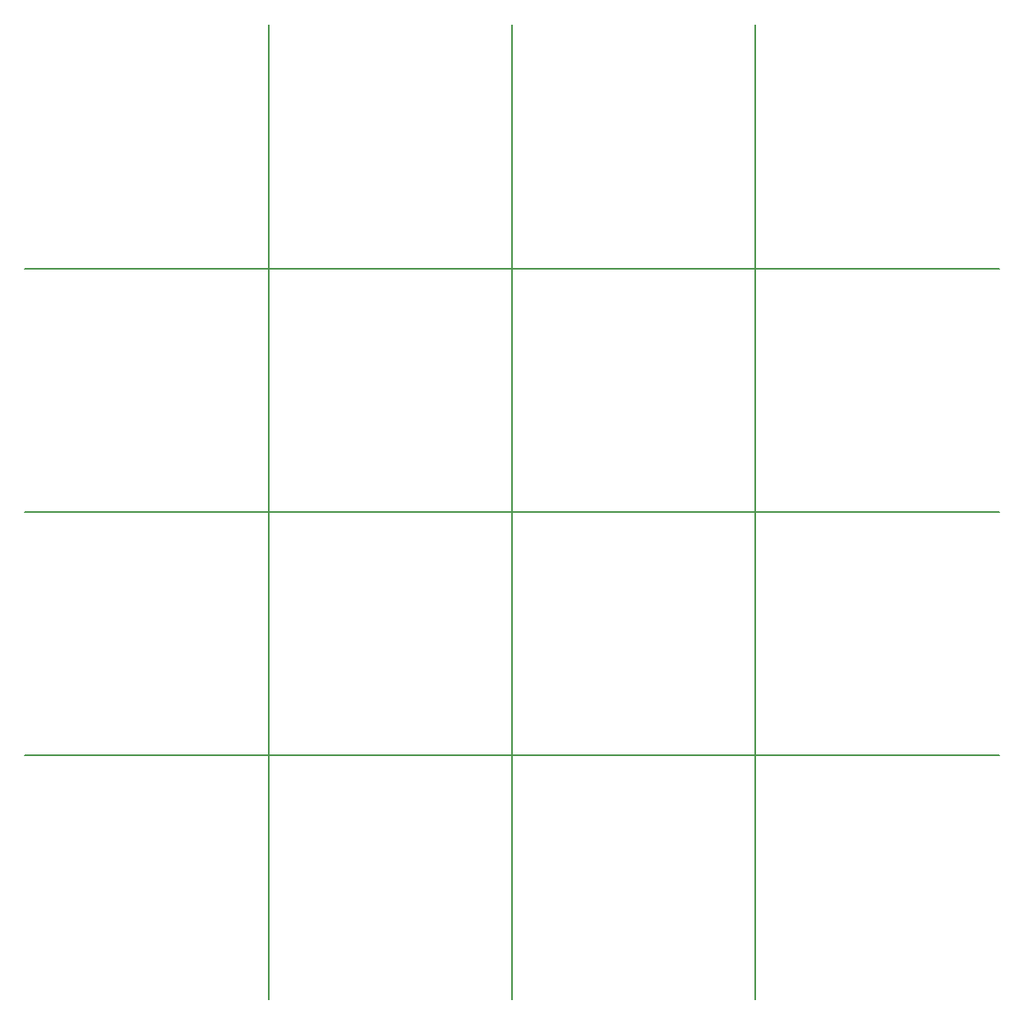
<source format=gbr>
%TF.GenerationSoftware,KiCad,Pcbnew,(5.1.9)-1*%
%TF.CreationDate,2021-10-26T13:29:38+02:00*%
%TF.ProjectId,Smartmeter_IR_V11_multi,536d6172-746d-4657-9465-725f49525f56,rev?*%
%TF.SameCoordinates,Original*%
%TF.FileFunction,Other,ECO1*%
%FSLAX46Y46*%
G04 Gerber Fmt 4.6, Leading zero omitted, Abs format (unit mm)*
G04 Created by KiCad (PCBNEW (5.1.9)-1) date 2021-10-26 13:29:38*
%MOMM*%
%LPD*%
G01*
G04 APERTURE LIST*
%ADD10C,0.150000*%
G04 APERTURE END LIST*
D10*
X122500000Y-42500000D02*
X122500000Y-142500000D01*
X97500000Y-142500000D02*
X97500000Y-42500000D01*
X72500000Y-42500000D02*
X72500000Y-142500000D01*
X147500000Y-117500000D02*
X47500000Y-117500000D01*
X47500000Y-92500000D02*
X147500000Y-92500000D01*
X47500000Y-67500000D02*
X147500000Y-67500000D01*
M02*

</source>
